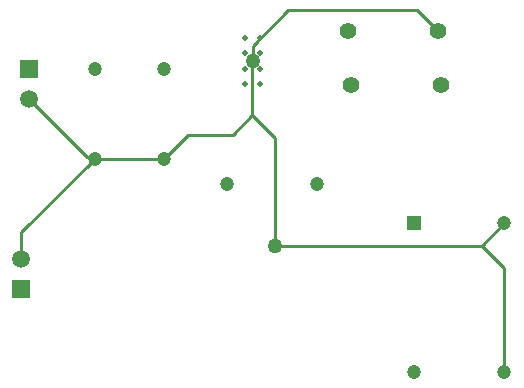
<source format=gbl>
G04*
G04 #@! TF.GenerationSoftware,Altium Limited,Altium Designer,22.11.1 (43)*
G04*
G04 Layer_Physical_Order=2*
G04 Layer_Color=16711680*
%FSLAX25Y25*%
%MOIN*%
G70*
G04*
G04 #@! TF.SameCoordinates,0EF54BBF-8022-4FFE-BA48-DBC816024316*
G04*
G04*
G04 #@! TF.FilePolarity,Positive*
G04*
G01*
G75*
%ADD12C,0.01000*%
%ADD25C,0.01968*%
%ADD27R,0.05906X0.05906*%
%ADD28C,0.05906*%
%ADD29C,0.04724*%
%ADD30R,0.04724X0.04724*%
%ADD31C,0.05512*%
%ADD32C,0.05000*%
D12*
X371598Y360098D02*
X383500Y372000D01*
X426469D02*
X433468Y365000D01*
X383500Y372000D02*
X426469D01*
X371598Y355000D02*
Y360098D01*
X294468Y298000D02*
X318969Y322500D01*
X294468Y289000D02*
Y298000D01*
X371468Y337000D02*
X379000Y329468D01*
Y293500D02*
Y329468D01*
X455500Y251500D02*
Y285968D01*
X447968Y293500D02*
X455500Y285968D01*
X447968Y293500D02*
X455469Y301000D01*
X379000Y293500D02*
X447968D01*
X371468Y354870D02*
X371598Y355000D01*
X371468Y337000D02*
Y354870D01*
X364968Y330500D02*
X371468Y337000D01*
X349969Y330500D02*
X364968D01*
X341968Y322500D02*
X349969Y330500D01*
X318969Y322500D02*
X341968D01*
X296969Y342500D02*
X316256Y323213D01*
X318256D01*
X318969Y322500D01*
D25*
X369039Y362677D02*
D03*
X374158D02*
D03*
X369039Y357559D02*
D03*
X374158D02*
D03*
X369039Y352441D02*
D03*
X374158D02*
D03*
X369039Y347323D02*
D03*
X374158D02*
D03*
D27*
X294468Y279000D02*
D03*
X296969Y352500D02*
D03*
D28*
X294468Y289000D02*
D03*
X296969Y342500D02*
D03*
D29*
X392969Y314000D02*
D03*
X362968D02*
D03*
X341968Y352500D02*
D03*
Y322500D02*
D03*
X318969Y352500D02*
D03*
Y322500D02*
D03*
X455469Y301000D02*
D03*
X425500Y251500D02*
D03*
X455500D02*
D03*
D30*
X425468Y301000D02*
D03*
D31*
X434469Y347000D02*
D03*
X404468D02*
D03*
X403469Y365000D02*
D03*
X433468D02*
D03*
D32*
X379000Y293500D02*
D03*
X371598Y355000D02*
D03*
M02*

</source>
